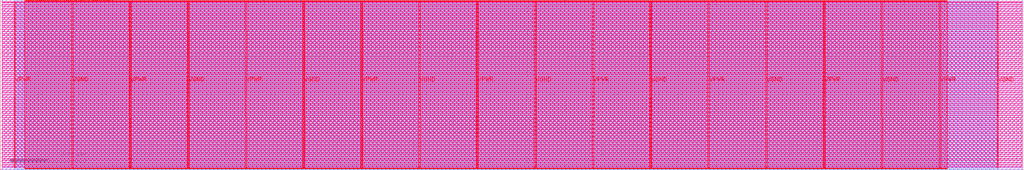
<source format=lef>
VERSION 5.7 ;
  NOWIREEXTENSIONATPIN ON ;
  DIVIDERCHAR "/" ;
  BUSBITCHARS "[]" ;
MACRO tt_um_psychogenic_shaman
  CLASS BLOCK ;
  FOREIGN tt_um_psychogenic_shaman ;
  ORIGIN 0.000 0.000 ;
  SIZE 1359.760 BY 225.760 ;
  PIN VGND
    DIRECTION INOUT ;
    USE GROUND ;
    PORT
      LAYER met4 ;
        RECT 95.080 2.480 96.680 223.280 ;
    END
    PORT
      LAYER met4 ;
        RECT 248.680 2.480 250.280 223.280 ;
    END
    PORT
      LAYER met4 ;
        RECT 402.280 2.480 403.880 223.280 ;
    END
    PORT
      LAYER met4 ;
        RECT 555.880 2.480 557.480 223.280 ;
    END
    PORT
      LAYER met4 ;
        RECT 709.480 2.480 711.080 223.280 ;
    END
    PORT
      LAYER met4 ;
        RECT 863.080 2.480 864.680 223.280 ;
    END
    PORT
      LAYER met4 ;
        RECT 1016.680 2.480 1018.280 223.280 ;
    END
    PORT
      LAYER met4 ;
        RECT 1170.280 2.480 1171.880 223.280 ;
    END
    PORT
      LAYER met4 ;
        RECT 1323.880 2.480 1325.480 223.280 ;
    END
  END VGND
  PIN VPWR
    DIRECTION INOUT ;
    USE POWER ;
    PORT
      LAYER met4 ;
        RECT 18.280 2.480 19.880 223.280 ;
    END
    PORT
      LAYER met4 ;
        RECT 171.880 2.480 173.480 223.280 ;
    END
    PORT
      LAYER met4 ;
        RECT 325.480 2.480 327.080 223.280 ;
    END
    PORT
      LAYER met4 ;
        RECT 479.080 2.480 480.680 223.280 ;
    END
    PORT
      LAYER met4 ;
        RECT 632.680 2.480 634.280 223.280 ;
    END
    PORT
      LAYER met4 ;
        RECT 786.280 2.480 787.880 223.280 ;
    END
    PORT
      LAYER met4 ;
        RECT 939.880 2.480 941.480 223.280 ;
    END
    PORT
      LAYER met4 ;
        RECT 1093.480 2.480 1095.080 223.280 ;
    END
    PORT
      LAYER met4 ;
        RECT 1247.080 2.480 1248.680 223.280 ;
    END
  END VPWR
  PIN clk
    DIRECTION INPUT ;
    USE SIGNAL ;
    ANTENNAGATEAREA 0.852000 ;
    PORT
      LAYER met4 ;
        RECT 145.670 224.760 145.970 225.760 ;
    END
  END clk
  PIN ena
    DIRECTION INPUT ;
    USE SIGNAL ;
    PORT
      LAYER met4 ;
        RECT 148.430 224.760 148.730 225.760 ;
    END
  END ena
  PIN rst_n
    DIRECTION INPUT ;
    USE SIGNAL ;
    ANTENNAGATEAREA 0.159000 ;
    PORT
      LAYER met4 ;
        RECT 142.910 224.760 143.210 225.760 ;
    END
  END rst_n
  PIN ui_in[0]
    DIRECTION INPUT ;
    USE SIGNAL ;
    ANTENNAGATEAREA 0.247500 ;
    PORT
      LAYER met4 ;
        RECT 140.150 224.760 140.450 225.760 ;
    END
  END ui_in[0]
  PIN ui_in[1]
    DIRECTION INPUT ;
    USE SIGNAL ;
    ANTENNAGATEAREA 0.213000 ;
    PORT
      LAYER met4 ;
        RECT 137.390 224.760 137.690 225.760 ;
    END
  END ui_in[1]
  PIN ui_in[2]
    DIRECTION INPUT ;
    USE SIGNAL ;
    ANTENNAGATEAREA 0.247500 ;
    PORT
      LAYER met4 ;
        RECT 134.630 224.760 134.930 225.760 ;
    END
  END ui_in[2]
  PIN ui_in[3]
    DIRECTION INPUT ;
    USE SIGNAL ;
    ANTENNAGATEAREA 0.213000 ;
    PORT
      LAYER met4 ;
        RECT 131.870 224.760 132.170 225.760 ;
    END
  END ui_in[3]
  PIN ui_in[4]
    DIRECTION INPUT ;
    USE SIGNAL ;
    ANTENNAGATEAREA 0.247500 ;
    PORT
      LAYER met4 ;
        RECT 129.110 224.760 129.410 225.760 ;
    END
  END ui_in[4]
  PIN ui_in[5]
    DIRECTION INPUT ;
    USE SIGNAL ;
    ANTENNAGATEAREA 0.213000 ;
    PORT
      LAYER met4 ;
        RECT 126.350 224.760 126.650 225.760 ;
    END
  END ui_in[5]
  PIN ui_in[6]
    DIRECTION INPUT ;
    USE SIGNAL ;
    ANTENNAGATEAREA 0.213000 ;
    PORT
      LAYER met4 ;
        RECT 123.590 224.760 123.890 225.760 ;
    END
  END ui_in[6]
  PIN ui_in[7]
    DIRECTION INPUT ;
    USE SIGNAL ;
    ANTENNAGATEAREA 0.247500 ;
    PORT
      LAYER met4 ;
        RECT 120.830 224.760 121.130 225.760 ;
    END
  END ui_in[7]
  PIN uio_in[0]
    DIRECTION INPUT ;
    USE SIGNAL ;
    PORT
      LAYER met4 ;
        RECT 118.070 224.760 118.370 225.760 ;
    END
  END uio_in[0]
  PIN uio_in[1]
    DIRECTION INPUT ;
    USE SIGNAL ;
    PORT
      LAYER met4 ;
        RECT 115.310 224.760 115.610 225.760 ;
    END
  END uio_in[1]
  PIN uio_in[2]
    DIRECTION INPUT ;
    USE SIGNAL ;
    ANTENNAGATEAREA 0.247500 ;
    PORT
      LAYER met4 ;
        RECT 112.550 224.760 112.850 225.760 ;
    END
  END uio_in[2]
  PIN uio_in[3]
    DIRECTION INPUT ;
    USE SIGNAL ;
    ANTENNAGATEAREA 0.213000 ;
    PORT
      LAYER met4 ;
        RECT 109.790 224.760 110.090 225.760 ;
    END
  END uio_in[3]
  PIN uio_in[4]
    DIRECTION INPUT ;
    USE SIGNAL ;
    PORT
      LAYER met4 ;
        RECT 107.030 224.760 107.330 225.760 ;
    END
  END uio_in[4]
  PIN uio_in[5]
    DIRECTION INPUT ;
    USE SIGNAL ;
    PORT
      LAYER met4 ;
        RECT 104.270 224.760 104.570 225.760 ;
    END
  END uio_in[5]
  PIN uio_in[6]
    DIRECTION INPUT ;
    USE SIGNAL ;
    ANTENNAGATEAREA 0.742500 ;
    PORT
      LAYER met4 ;
        RECT 101.510 224.760 101.810 225.760 ;
    END
  END uio_in[6]
  PIN uio_in[7]
    DIRECTION INPUT ;
    USE SIGNAL ;
    ANTENNAGATEAREA 0.247500 ;
    PORT
      LAYER met4 ;
        RECT 98.750 224.760 99.050 225.760 ;
    END
  END uio_in[7]
  PIN uio_oe[0]
    DIRECTION OUTPUT TRISTATE ;
    USE SIGNAL ;
    PORT
      LAYER met4 ;
        RECT 51.830 224.760 52.130 225.760 ;
    END
  END uio_oe[0]
  PIN uio_oe[1]
    DIRECTION OUTPUT TRISTATE ;
    USE SIGNAL ;
    PORT
      LAYER met4 ;
        RECT 49.070 224.760 49.370 225.760 ;
    END
  END uio_oe[1]
  PIN uio_oe[2]
    DIRECTION OUTPUT TRISTATE ;
    USE SIGNAL ;
    PORT
      LAYER met4 ;
        RECT 46.310 224.760 46.610 225.760 ;
    END
  END uio_oe[2]
  PIN uio_oe[3]
    DIRECTION OUTPUT TRISTATE ;
    USE SIGNAL ;
    PORT
      LAYER met4 ;
        RECT 43.550 224.760 43.850 225.760 ;
    END
  END uio_oe[3]
  PIN uio_oe[4]
    DIRECTION OUTPUT TRISTATE ;
    USE SIGNAL ;
    PORT
      LAYER met4 ;
        RECT 40.790 224.760 41.090 225.760 ;
    END
  END uio_oe[4]
  PIN uio_oe[5]
    DIRECTION OUTPUT TRISTATE ;
    USE SIGNAL ;
    PORT
      LAYER met4 ;
        RECT 38.030 224.760 38.330 225.760 ;
    END
  END uio_oe[5]
  PIN uio_oe[6]
    DIRECTION OUTPUT TRISTATE ;
    USE SIGNAL ;
    PORT
      LAYER met4 ;
        RECT 35.270 224.760 35.570 225.760 ;
    END
  END uio_oe[6]
  PIN uio_oe[7]
    DIRECTION OUTPUT TRISTATE ;
    USE SIGNAL ;
    PORT
      LAYER met4 ;
        RECT 32.510 224.760 32.810 225.760 ;
    END
  END uio_oe[7]
  PIN uio_out[0]
    DIRECTION OUTPUT TRISTATE ;
    USE SIGNAL ;
    ANTENNADIFFAREA 1.336500 ;
    PORT
      LAYER met4 ;
        RECT 73.910 224.760 74.210 225.760 ;
    END
  END uio_out[0]
  PIN uio_out[1]
    DIRECTION OUTPUT TRISTATE ;
    USE SIGNAL ;
    ANTENNADIFFAREA 1.336500 ;
    PORT
      LAYER met4 ;
        RECT 71.150 224.760 71.450 225.760 ;
    END
  END uio_out[1]
  PIN uio_out[2]
    DIRECTION OUTPUT TRISTATE ;
    USE SIGNAL ;
    PORT
      LAYER met4 ;
        RECT 68.390 224.760 68.690 225.760 ;
    END
  END uio_out[2]
  PIN uio_out[3]
    DIRECTION OUTPUT TRISTATE ;
    USE SIGNAL ;
    PORT
      LAYER met4 ;
        RECT 65.630 224.760 65.930 225.760 ;
    END
  END uio_out[3]
  PIN uio_out[4]
    DIRECTION OUTPUT TRISTATE ;
    USE SIGNAL ;
    ANTENNADIFFAREA 0.795200 ;
    PORT
      LAYER met4 ;
        RECT 62.870 224.760 63.170 225.760 ;
    END
  END uio_out[4]
  PIN uio_out[5]
    DIRECTION OUTPUT TRISTATE ;
    USE SIGNAL ;
    ANTENNADIFFAREA 1.590400 ;
    PORT
      LAYER met4 ;
        RECT 60.110 224.760 60.410 225.760 ;
    END
  END uio_out[5]
  PIN uio_out[6]
    DIRECTION OUTPUT TRISTATE ;
    USE SIGNAL ;
    PORT
      LAYER met4 ;
        RECT 57.350 224.760 57.650 225.760 ;
    END
  END uio_out[6]
  PIN uio_out[7]
    DIRECTION OUTPUT TRISTATE ;
    USE SIGNAL ;
    PORT
      LAYER met4 ;
        RECT 54.590 224.760 54.890 225.760 ;
    END
  END uio_out[7]
  PIN uo_out[0]
    DIRECTION OUTPUT TRISTATE ;
    USE SIGNAL ;
    ANTENNADIFFAREA 0.891000 ;
    PORT
      LAYER met4 ;
        RECT 95.990 224.760 96.290 225.760 ;
    END
  END uo_out[0]
  PIN uo_out[1]
    DIRECTION OUTPUT TRISTATE ;
    USE SIGNAL ;
    ANTENNADIFFAREA 0.891000 ;
    PORT
      LAYER met4 ;
        RECT 93.230 224.760 93.530 225.760 ;
    END
  END uo_out[1]
  PIN uo_out[2]
    DIRECTION OUTPUT TRISTATE ;
    USE SIGNAL ;
    ANTENNADIFFAREA 0.891000 ;
    PORT
      LAYER met4 ;
        RECT 90.470 224.760 90.770 225.760 ;
    END
  END uo_out[2]
  PIN uo_out[3]
    DIRECTION OUTPUT TRISTATE ;
    USE SIGNAL ;
    ANTENNADIFFAREA 0.891000 ;
    PORT
      LAYER met4 ;
        RECT 87.710 224.760 88.010 225.760 ;
    END
  END uo_out[3]
  PIN uo_out[4]
    DIRECTION OUTPUT TRISTATE ;
    USE SIGNAL ;
    ANTENNADIFFAREA 0.891000 ;
    PORT
      LAYER met4 ;
        RECT 84.950 224.760 85.250 225.760 ;
    END
  END uo_out[4]
  PIN uo_out[5]
    DIRECTION OUTPUT TRISTATE ;
    USE SIGNAL ;
    ANTENNADIFFAREA 0.891000 ;
    PORT
      LAYER met4 ;
        RECT 82.190 224.760 82.490 225.760 ;
    END
  END uo_out[5]
  PIN uo_out[6]
    DIRECTION OUTPUT TRISTATE ;
    USE SIGNAL ;
    ANTENNADIFFAREA 0.891000 ;
    PORT
      LAYER met4 ;
        RECT 79.430 224.760 79.730 225.760 ;
    END
  END uo_out[6]
  PIN uo_out[7]
    DIRECTION OUTPUT TRISTATE ;
    USE SIGNAL ;
    ANTENNADIFFAREA 0.891000 ;
    PORT
      LAYER met4 ;
        RECT 76.670 224.760 76.970 225.760 ;
    END
  END uo_out[7]
  OBS
      LAYER nwell ;
        RECT 2.570 221.625 1357.190 223.230 ;
        RECT 2.570 216.185 1357.190 219.015 ;
        RECT 2.570 210.745 1357.190 213.575 ;
        RECT 2.570 205.305 1357.190 208.135 ;
        RECT 2.570 199.865 1357.190 202.695 ;
        RECT 2.570 194.425 1357.190 197.255 ;
        RECT 2.570 188.985 1357.190 191.815 ;
        RECT 2.570 183.545 1357.190 186.375 ;
        RECT 2.570 178.105 1357.190 180.935 ;
        RECT 2.570 172.665 1357.190 175.495 ;
        RECT 2.570 167.225 1357.190 170.055 ;
        RECT 2.570 161.785 1357.190 164.615 ;
        RECT 2.570 156.345 1357.190 159.175 ;
        RECT 2.570 150.905 1357.190 153.735 ;
        RECT 2.570 145.465 1357.190 148.295 ;
        RECT 2.570 140.025 1357.190 142.855 ;
        RECT 2.570 134.585 1357.190 137.415 ;
        RECT 2.570 129.145 1357.190 131.975 ;
        RECT 2.570 123.705 1357.190 126.535 ;
        RECT 2.570 118.265 1357.190 121.095 ;
        RECT 2.570 112.825 1357.190 115.655 ;
        RECT 2.570 107.385 1357.190 110.215 ;
        RECT 2.570 101.945 1357.190 104.775 ;
        RECT 2.570 96.505 1357.190 99.335 ;
        RECT 2.570 91.065 1357.190 93.895 ;
        RECT 2.570 85.625 1357.190 88.455 ;
        RECT 2.570 80.185 1357.190 83.015 ;
        RECT 2.570 74.745 1357.190 77.575 ;
        RECT 2.570 69.305 1357.190 72.135 ;
        RECT 2.570 63.865 1357.190 66.695 ;
        RECT 2.570 58.425 1357.190 61.255 ;
        RECT 2.570 52.985 1357.190 55.815 ;
        RECT 2.570 47.545 1357.190 50.375 ;
        RECT 2.570 42.105 1357.190 44.935 ;
        RECT 2.570 36.665 1357.190 39.495 ;
        RECT 2.570 31.225 1357.190 34.055 ;
        RECT 2.570 25.785 1357.190 28.615 ;
        RECT 2.570 20.345 1357.190 23.175 ;
        RECT 2.570 14.905 1357.190 17.735 ;
        RECT 2.570 9.465 1357.190 12.295 ;
        RECT 2.570 4.025 1357.190 6.855 ;
      LAYER li1 ;
        RECT 2.760 2.635 1357.000 223.125 ;
      LAYER met1 ;
        RECT 2.760 0.040 1357.000 225.720 ;
      LAYER met2 ;
        RECT 18.310 0.010 1325.450 225.750 ;
      LAYER met3 ;
        RECT 18.290 0.175 1325.470 225.585 ;
      LAYER met4 ;
        RECT 33.210 224.360 34.870 224.760 ;
        RECT 35.970 224.360 37.630 224.760 ;
        RECT 38.730 224.360 40.390 224.760 ;
        RECT 41.490 224.360 43.150 224.760 ;
        RECT 44.250 224.360 45.910 224.760 ;
        RECT 47.010 224.360 48.670 224.760 ;
        RECT 49.770 224.360 51.430 224.760 ;
        RECT 52.530 224.360 54.190 224.760 ;
        RECT 55.290 224.360 56.950 224.760 ;
        RECT 58.050 224.360 59.710 224.760 ;
        RECT 60.810 224.360 62.470 224.760 ;
        RECT 63.570 224.360 65.230 224.760 ;
        RECT 66.330 224.360 67.990 224.760 ;
        RECT 69.090 224.360 70.750 224.760 ;
        RECT 71.850 224.360 73.510 224.760 ;
        RECT 74.610 224.360 76.270 224.760 ;
        RECT 77.370 224.360 79.030 224.760 ;
        RECT 80.130 224.360 81.790 224.760 ;
        RECT 82.890 224.360 84.550 224.760 ;
        RECT 85.650 224.360 87.310 224.760 ;
        RECT 88.410 224.360 90.070 224.760 ;
        RECT 91.170 224.360 92.830 224.760 ;
        RECT 93.930 224.360 95.590 224.760 ;
        RECT 96.690 224.360 98.350 224.760 ;
        RECT 99.450 224.360 101.110 224.760 ;
        RECT 102.210 224.360 103.870 224.760 ;
        RECT 104.970 224.360 106.630 224.760 ;
        RECT 107.730 224.360 109.390 224.760 ;
        RECT 110.490 224.360 112.150 224.760 ;
        RECT 113.250 224.360 114.910 224.760 ;
        RECT 116.010 224.360 117.670 224.760 ;
        RECT 118.770 224.360 120.430 224.760 ;
        RECT 121.530 224.360 123.190 224.760 ;
        RECT 124.290 224.360 125.950 224.760 ;
        RECT 127.050 224.360 128.710 224.760 ;
        RECT 129.810 224.360 131.470 224.760 ;
        RECT 132.570 224.360 134.230 224.760 ;
        RECT 135.330 224.360 136.990 224.760 ;
        RECT 138.090 224.360 139.750 224.760 ;
        RECT 140.850 224.360 142.510 224.760 ;
        RECT 143.610 224.360 145.270 224.760 ;
        RECT 146.370 224.360 148.030 224.760 ;
        RECT 149.130 224.360 1257.345 224.760 ;
        RECT 32.495 223.680 1257.345 224.360 ;
        RECT 32.495 2.080 94.680 223.680 ;
        RECT 97.080 2.080 171.480 223.680 ;
        RECT 173.880 2.080 248.280 223.680 ;
        RECT 250.680 2.080 325.080 223.680 ;
        RECT 327.480 2.080 401.880 223.680 ;
        RECT 404.280 2.080 478.680 223.680 ;
        RECT 481.080 2.080 555.480 223.680 ;
        RECT 557.880 2.080 632.280 223.680 ;
        RECT 634.680 2.080 709.080 223.680 ;
        RECT 711.480 2.080 785.880 223.680 ;
        RECT 788.280 2.080 862.680 223.680 ;
        RECT 865.080 2.080 939.480 223.680 ;
        RECT 941.880 2.080 1016.280 223.680 ;
        RECT 1018.680 2.080 1093.080 223.680 ;
        RECT 1095.480 2.080 1169.880 223.680 ;
        RECT 1172.280 2.080 1246.680 223.680 ;
        RECT 1249.080 2.080 1257.345 223.680 ;
        RECT 32.495 1.535 1257.345 2.080 ;
  END
END tt_um_psychogenic_shaman
END LIBRARY


</source>
